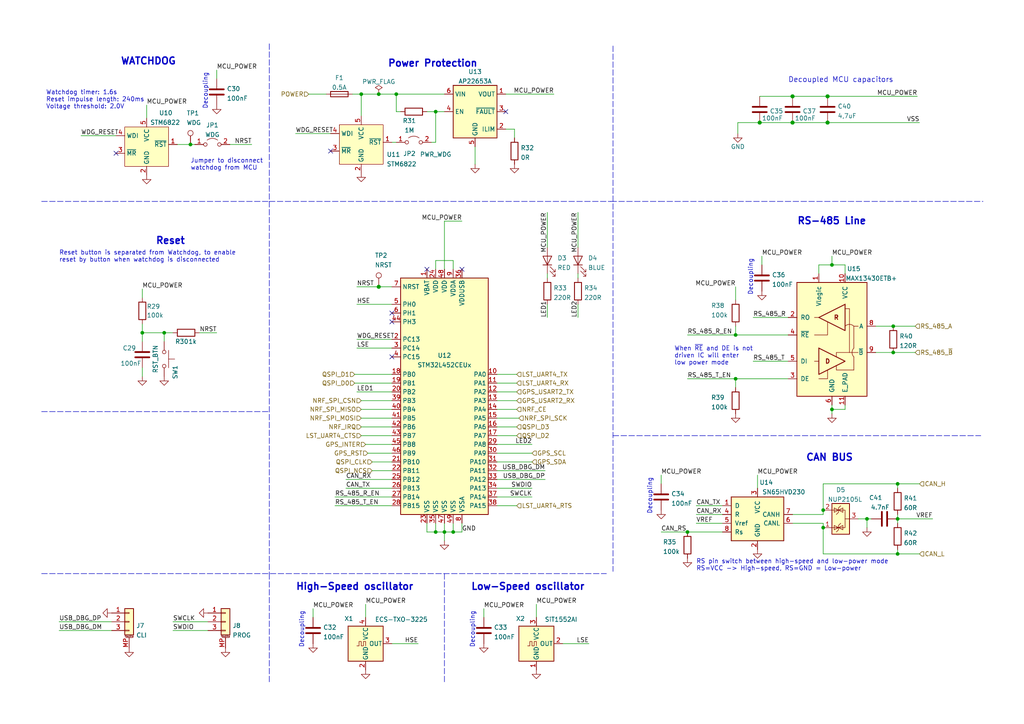
<source format=kicad_sch>
(kicad_sch (version 20210621) (generator eeschema)
  (paper "A4")
  (lib_symbols
    (symbol "Connector:TestPoint" (pin_numbers hide) (pin_names (offset 0.762) hide)
      (property "Reference" "TP" (at 0 6.858 0))
      (property "Value" "TestPoint" (at 0 5.08 0))
      (symbol "TestPoint_0_1"
        (circle (center 0 3.302) (radius 0.762))
      )
      (symbol "TestPoint_1_1"
        (pin passive line (at 0 0 90) (length 2.54) (name "1") (number "1"))
      )
    )
    (symbol "Connector_Generic_MountingPin:Conn_01x03_MountingPin" (pin_names (offset 1.016) hide)
      (property "Reference" "J" (at 0 5.08 0))
      (property "Value" "Conn_01x03_MountingPin" (at 1.27 -5.08 0))
      (symbol "Conn_01x03_MountingPin_1_1"
        (text "Mounting" (at 0 -4.191 0) (effects (font (size 0.381 0.381))))
        (rectangle (start -1.27 -2.413) (end 0 -2.667) (stroke (width 0.1524)))
        (rectangle (start -1.27 0.127) (end 0 -0.127) (stroke (width 0.1524)))
        (rectangle (start -1.27 2.667) (end 0 2.413) (stroke (width 0.1524)))
        (rectangle (start -1.27 3.81) (end 1.27 -3.81) (stroke (width 0.254)) (fill (type background)))
        (polyline (pts (xy -1.016 -4.572) (xy 1.016 -4.572)) (stroke (width 0.1524)))
        (pin passive line (at -5.08 2.54 0) (length 3.81) (name "Pin_1") (number "1"))
        (pin passive line (at -5.08 0 0) (length 3.81) (name "Pin_2") (number "2"))
        (pin passive line (at -5.08 -2.54 0) (length 3.81) (name "Pin_3") (number "3"))
        (pin passive line (at 0 -7.62 90) (length 3.048) (name "MountPin") (number "MP"))
      )
    )
    (symbol "Device:C" (pin_numbers hide) (pin_names (offset 0.254))
      (property "Reference" "C" (at 0.635 2.54 0))
      (property "Value" "C" (at 0.635 -2.54 0))
      (symbol "C_0_1"
        (polyline (pts (xy -2.032 -0.762) (xy 2.032 -0.762)) (stroke (width 0.508)))
        (polyline (pts (xy -2.032 0.762) (xy 2.032 0.762)) (stroke (width 0.508)))
      )
      (symbol "C_1_1"
        (pin passive line (at 0 3.81 270) (length 2.794) (name "~") (number "1"))
        (pin passive line (at 0 -3.81 90) (length 2.794) (name "~") (number "2"))
      )
    )
    (symbol "Device:Fuse" (pin_numbers hide) (pin_names (offset 0))
      (property "Reference" "F" (at 2.032 0 90))
      (property "Value" "Fuse" (at -1.905 0 90))
      (symbol "Fuse_0_1"
        (rectangle (start -0.762 -2.54) (end 0.762 2.54) (stroke (width 0.254)))
        (polyline (pts (xy 0 2.54) (xy 0 -2.54)))
      )
      (symbol "Fuse_1_1"
        (pin passive line (at 0 3.81 270) (length 1.27) (name "~") (number "1"))
        (pin passive line (at 0 -3.81 90) (length 1.27) (name "~") (number "2"))
      )
    )
    (symbol "Device:LED" (pin_numbers hide) (pin_names (offset 1.016) hide)
      (property "Reference" "D" (at 0 2.54 0))
      (property "Value" "LED" (at 0 -2.54 0))
      (symbol "LED_0_1"
        (polyline (pts (xy -1.27 -1.27) (xy -1.27 1.27)) (stroke (width 0.2032)))
        (polyline (pts (xy -1.27 0) (xy 1.27 0)))
        (polyline (pts (xy 1.27 -1.27) (xy 1.27 1.27) (xy -1.27 0) (xy 1.27 -1.27)) (stroke (width 0.2032)))
        (polyline (pts (xy -3.048 -0.762) (xy -4.572 -2.286) (xy -3.81 -2.286) (xy -4.572 -2.286) (xy -4.572 -1.524)))
        (polyline (pts (xy -1.778 -0.762) (xy -3.302 -2.286) (xy -2.54 -2.286) (xy -3.302 -2.286) (xy -3.302 -1.524)))
      )
      (symbol "LED_1_1"
        (pin passive line (at -3.81 0 0) (length 2.54) (name "K") (number "1"))
        (pin passive line (at 3.81 0 180) (length 2.54) (name "A") (number "2"))
      )
    )
    (symbol "Device:R" (pin_numbers hide) (pin_names (offset 0))
      (property "Reference" "R" (at 2.032 0 90))
      (property "Value" "R" (at 0 0 90))
      (symbol "R_0_1"
        (rectangle (start -1.016 -2.54) (end 1.016 2.54) (stroke (width 0.254)))
      )
      (symbol "R_1_1"
        (pin passive line (at 0 3.81 270) (length 1.27) (name "~") (number "1"))
        (pin passive line (at 0 -3.81 90) (length 1.27) (name "~") (number "2"))
      )
    )
    (symbol "Interface_CAN_LIN:SN65HVD230" (pin_names (offset 1.016))
      (property "Reference" "U" (at -2.54 10.16 0))
      (property "Value" "SN65HVD230" (at -2.54 7.62 0))
      (symbol "SN65HVD230_0_1"
        (rectangle (start -7.62 5.08) (end 7.62 -7.62) (stroke (width 0.254)) (fill (type background)))
      )
      (symbol "SN65HVD230_1_1"
        (pin input line (at -10.16 2.54 0) (length 2.54) (name "D") (number "1"))
        (pin power_in line (at 0 -10.16 90) (length 2.54) (name "GND") (number "2"))
        (pin power_in line (at 0 7.62 270) (length 2.54) (name "VCC") (number "3"))
        (pin output line (at -10.16 0 0) (length 2.54) (name "R") (number "4"))
        (pin output line (at -10.16 -2.54 0) (length 2.54) (name "Vref") (number "5"))
        (pin bidirectional line (at 10.16 -2.54 180) (length 2.54) (name "CANL") (number "6"))
        (pin bidirectional line (at 10.16 0 180) (length 2.54) (name "CANH") (number "7"))
        (pin input line (at -10.16 -5.08 0) (length 2.54) (name "Rs") (number "8"))
      )
    )
    (symbol "Jumper:Jumper_2_Open" (pin_names (offset 0) hide)
      (property "Reference" "JP" (at 0 2.794 0))
      (property "Value" "Jumper_2_Open" (at 0 -2.286 0))
      (symbol "Jumper_2_Open_0_0"
        (circle (center -2.032 0) (radius 0.508))
        (circle (center 2.032 0) (radius 0.508))
      )
      (symbol "Jumper_2_Open_0_1"
        (arc (start -1.524 1.27) (end 1.524 1.27) (radius (at 0 -0.762) (length 2.54) (angles 126.9 53.1)))
      )
      (symbol "Jumper_2_Open_1_1"
        (pin passive line (at -5.08 0 0) (length 2.54) (name "A") (number "1"))
        (pin passive line (at 5.08 0 180) (length 2.54) (name "B") (number "2"))
      )
    )
    (symbol "MCU_ST_STM32L4:STM32L452CEUx"
      (property "Reference" "U" (at -12.7 34.29 0))
      (property "Value" "STM32L452CEUx" (at 7.62 34.29 0))
      (symbol "STM32L452CEUx_0_1"
        (rectangle (start -12.7 -35.56) (end 12.7 33.02) (stroke (width 0.254)) (fill (type background)))
      )
      (symbol "STM32L452CEUx_1_1"
        (pin power_in line (at -5.08 35.56 270) (length 2.54) (name "VBAT") (number "1"))
        (pin bidirectional line (at 15.24 5.08 180) (length 2.54) (name "PA0") (number "10"))
        (pin bidirectional line (at 15.24 2.54 180) (length 2.54) (name "PA1") (number "11"))
        (pin bidirectional line (at 15.24 0 180) (length 2.54) (name "PA2") (number "12"))
        (pin bidirectional line (at 15.24 -2.54 180) (length 2.54) (name "PA3") (number "13"))
        (pin bidirectional line (at 15.24 -5.08 180) (length 2.54) (name "PA4") (number "14"))
        (pin bidirectional line (at 15.24 -7.62 180) (length 2.54) (name "PA5") (number "15"))
        (pin bidirectional line (at 15.24 -10.16 180) (length 2.54) (name "PA6") (number "16"))
        (pin bidirectional line (at 15.24 -12.7 180) (length 2.54) (name "PA7") (number "17"))
        (pin bidirectional line (at -15.24 5.08 0) (length 2.54) (name "PB0") (number "18"))
        (pin bidirectional line (at -15.24 2.54 0) (length 2.54) (name "PB1") (number "19"))
        (pin bidirectional line (at -15.24 15.24 0) (length 2.54) (name "PC13") (number "2"))
        (pin bidirectional line (at -15.24 0 0) (length 2.54) (name "PB2") (number "20"))
        (pin bidirectional line (at -15.24 -20.32 0) (length 2.54) (name "PB10") (number "21"))
        (pin bidirectional line (at -15.24 -22.86 0) (length 2.54) (name "PB11") (number "22"))
        (pin power_in line (at -5.08 -38.1 90) (length 2.54) (name "VSS") (number "23"))
        (pin power_in line (at -2.54 35.56 270) (length 2.54) (name "VDD") (number "24"))
        (pin bidirectional line (at -15.24 -25.4 0) (length 2.54) (name "PB12") (number "25"))
        (pin bidirectional line (at -15.24 -27.94 0) (length 2.54) (name "PB13") (number "26"))
        (pin bidirectional line (at -15.24 -30.48 0) (length 2.54) (name "PB14") (number "27"))
        (pin bidirectional line (at -15.24 -33.02 0) (length 2.54) (name "PB15") (number "28"))
        (pin bidirectional line (at 15.24 -15.24 180) (length 2.54) (name "PA8") (number "29"))
        (pin bidirectional line (at -15.24 12.7 0) (length 2.54) (name "PC14") (number "3"))
        (pin bidirectional line (at 15.24 -17.78 180) (length 2.54) (name "PA9") (number "30"))
        (pin bidirectional line (at 15.24 -20.32 180) (length 2.54) (name "PA10") (number "31"))
        (pin bidirectional line (at 15.24 -22.86 180) (length 2.54) (name "PA11") (number "32"))
        (pin bidirectional line (at 15.24 -25.4 180) (length 2.54) (name "PA12") (number "33"))
        (pin bidirectional line (at 15.24 -27.94 180) (length 2.54) (name "PA13") (number "34"))
        (pin power_in line (at -2.54 -38.1 90) (length 2.54) (name "VSS") (number "35"))
        (pin power_in line (at 5.08 35.56 270) (length 2.54) (name "VDDUSB") (number "36"))
        (pin bidirectional line (at 15.24 -30.48 180) (length 2.54) (name "PA14") (number "37"))
        (pin bidirectional line (at 15.24 -33.02 180) (length 2.54) (name "PA15") (number "38"))
        (pin bidirectional line (at -15.24 -2.54 0) (length 2.54) (name "PB3") (number "39"))
        (pin bidirectional line (at -15.24 10.16 0) (length 2.54) (name "PC15") (number "4"))
        (pin bidirectional line (at -15.24 -5.08 0) (length 2.54) (name "PB4") (number "40"))
        (pin bidirectional line (at -15.24 -7.62 0) (length 2.54) (name "PB5") (number "41"))
        (pin bidirectional line (at -15.24 -10.16 0) (length 2.54) (name "PB6") (number "42"))
        (pin bidirectional line (at -15.24 -12.7 0) (length 2.54) (name "PB7") (number "43"))
        (pin bidirectional line (at -15.24 20.32 0) (length 2.54) (name "PH3") (number "44"))
        (pin bidirectional line (at -15.24 -15.24 0) (length 2.54) (name "PB8") (number "45"))
        (pin bidirectional line (at -15.24 -17.78 0) (length 2.54) (name "PB9") (number "46"))
        (pin power_in line (at 0 -38.1 90) (length 2.54) (name "VSS") (number "47"))
        (pin power_in line (at 0 35.56 270) (length 2.54) (name "VDD") (number "48"))
        (pin power_in line (at 2.54 -38.1 90) (length 2.54) (name "VSS") (number "49"))
        (pin input line (at -15.24 25.4 0) (length 2.54) (name "PH0") (number "5"))
        (pin input line (at -15.24 22.86 0) (length 2.54) (name "PH1") (number "6"))
        (pin input line (at -15.24 30.48 0) (length 2.54) (name "NRST") (number "7"))
        (pin power_in line (at 5.08 -38.1 90) (length 2.54) (name "VSSA") (number "8"))
        (pin power_in line (at 2.54 35.56 270) (length 2.54) (name "VDDA") (number "9"))
      )
    )
    (symbol "Power_Protection:NUP2105L" (pin_names hide)
      (property "Reference" "D" (at 5.715 2.54 0))
      (property "Value" "NUP2105L" (at 5.715 0.635 0))
      (symbol "NUP2105L_0_0"
        (pin passive line (at 0 -5.08 90) (length 2.54) (name "A") (number "3"))
      )
      (symbol "NUP2105L_0_1"
        (rectangle (start -4.445 2.54) (end 4.445 -2.54) (stroke (width 0.254)) (fill (type background)))
        (polyline (pts (xy -2.54 2.54) (xy -2.54 0.635)))
        (polyline (pts (xy 0 -1.27) (xy 0 -2.54)))
        (polyline (pts (xy 2.54 2.54) (xy 2.54 0.635)))
        (polyline (pts (xy -3.81 1.27) (xy -3.175 0.635) (xy -1.905 0.635) (xy -1.27 0)))
        (polyline (pts (xy -2.54 0.635) (xy -2.54 -1.27) (xy 2.54 -1.27) (xy 2.54 0.635)))
        (polyline (pts (xy -2.54 0.635) (xy -1.905 -0.635) (xy -3.175 -0.635) (xy -2.54 0.635)))
        (polyline (pts (xy 2.54 0.635) (xy 1.905 -0.635) (xy 3.175 -0.635) (xy 2.54 0.635)))
        (polyline (pts (xy 2.54 0.635) (xy 3.175 1.905) (xy 1.905 1.905) (xy 2.54 0.635)))
        (polyline (pts (xy -2.54 0.635) (xy -3.175 1.905) (xy -1.905 1.905) (xy -2.54 0.635) (xy -2.54 1.27)))
        (polyline (pts (xy 1.27 1.27) (xy 1.905 0.635) (xy 2.54 0.635) (xy 3.175 0.635) (xy 3.81 0)))
      )
      (symbol "NUP2105L_1_1"
        (pin passive line (at -2.54 5.08 270) (length 2.54) (name "K") (number "1"))
        (pin passive line (at 2.54 5.08 270) (length 2.54) (name "K") (number "2"))
      )
    )
    (symbol "Switch:SW_Push" (pin_numbers hide) (pin_names (offset 1.016) hide)
      (property "Reference" "SW" (at 1.27 2.54 0))
      (property "Value" "SW_Push" (at 0 -1.524 0))
      (symbol "SW_Push_0_1"
        (circle (center -2.032 0) (radius 0.508))
        (circle (center 2.032 0) (radius 0.508))
        (polyline (pts (xy 0 1.27) (xy 0 3.048)))
        (polyline (pts (xy 2.54 1.27) (xy -2.54 1.27)))
        (pin passive line (at -5.08 0 0) (length 2.54) (name "1") (number "1"))
        (pin passive line (at 5.08 0 180) (length 2.54) (name "2") (number "2"))
      )
    )
    (symbol "TCY_IC:MAX13430ETB+" (pin_names (offset 1.016))
      (property "Reference" "U" (at -10.16 19.05 0))
      (property "Value" "MAX13430ETB+" (at 5.08 19.05 0))
      (symbol "MAX13430ETB+_0_0"
        (text "D" (at -1.27 -5.08 0) (effects (font (size 1.27 1.27) bold)))
        (text "R" (at 1.27 7.62 0) (effects (font (size 1.27 1.27) bold)))
      )
      (symbol "MAX13430ETB+_0_1"
        (arc (start 3.81 5.08) (end 6.35 5.08) (radius (at 5.08 3.8099) (length 1.7961) (angles 135 45)) (stroke (width 0.1524)))
        (arc (start 6.35 -3.81) (end 6.35 -1.27) (radius (at 7.6201 -2.54) (length 1.7961) (angles -135 135)) (stroke (width 0.1524)))
        (rectangle (start -10.16 -15.24) (end 10.16 17.78) (stroke (width 0.254)) (fill (type background)))
        (polyline (pts (xy -5.08 -5.08) (xy -3.81 -5.08)))
        (polyline (pts (xy -3.81 7.62) (xy -5.08 7.62)))
        (polyline (pts (xy 5.08 10.16) (xy 5.08 -2.54)) (stroke (width 0.1524)))
        (polyline (pts (xy 6.35 -7.62) (xy 6.35 -3.81)) (stroke (width 0.1524)))
        (polyline (pts (xy 6.35 -1.27) (xy 6.35 5.08)) (stroke (width 0.1524)))
        (polyline (pts (xy 6.35 5.08) (xy 7.62 5.08)) (stroke (width 0.1524)))
        (polyline (pts (xy 5.08 10.16) (xy 3.81 10.16) (xy 3.81 10.16)))
        (polyline (pts (xy -3.81 -10.16) (xy -1.27 -10.16) (xy -1.27 -7.62) (xy -1.27 -7.62)))
        (polyline (pts (xy -1.27 6.35) (xy -1.27 2.54) (xy -2.54 2.54) (xy -5.08 2.54)))
        (polyline (pts (xy 6.35 -7.62) (xy 1.27 -7.62) (xy 1.27 -6.35) (xy 1.27 -6.35)))
        (polyline (pts (xy 7.62 -2.54) (xy 1.27 -2.54) (xy 1.27 -3.81) (xy 1.27 -3.81)))
        (polyline (pts (xy -3.81 -1.27) (xy -3.81 -8.89) (xy 3.81 -5.08) (xy -3.81 -1.27) (xy -3.81 -1.27)) (stroke (width 0.254)))
        (polyline (pts (xy 3.81 11.43) (xy 3.81 3.81) (xy -3.81 7.62) (xy 3.81 11.43) (xy 3.81 11.43)) (stroke (width 0.254)))
      )
      (symbol "MAX13430ETB+_1_1"
        (pin power_in line (at -3.81 20.32 270) (length 2.54) (name "Vlogic") (number "1"))
        (pin power_in line (at 3.81 20.32 270) (length 2.54) (name "VCC") (number "10"))
        (pin power_in line (at 3.81 -17.78 90) (length 2.54) (name "E_PAD") (number "11"))
        (pin output line (at -12.7 7.62 0) (length 2.54) (name "RO") (number "2"))
        (pin input line (at -12.7 -10.16 0) (length 2.54) (name "DE") (number "3"))
        (pin input line (at -12.7 2.54 0) (length 2.54) (name "~{RE}") (number "4"))
        (pin input line (at -12.7 -5.08 0) (length 2.54) (name "DI") (number "5"))
        (pin power_in line (at 0 -17.78 90) (length 2.54) (name "GND") (number "6"))
        (pin no_connect line (at 10.16 1.27 180) (length 2.54) hide (name "NC") (number "7"))
        (pin input line (at 12.7 5.08 180) (length 2.54) (name "A") (number "8"))
        (pin input line (at 12.7 -2.54 180) (length 2.54) (name "~{B}") (number "9"))
      )
    )
    (symbol "TCY_IC:STM6822"
      (property "Reference" "U" (at 6.35 13.97 0))
      (property "Value" "STM6822" (at 6.35 16.51 0))
      (symbol "STM6822_0_1"
        (rectangle (start -6.35 11.43) (end 6.35 0) (stroke (width 0.1524)) (fill (type background)))
      )
      (symbol "STM6822_1_1"
        (pin open_collector line (at 8.89 6.35 180) (length 2.54) (name "~{RST}") (number "1"))
        (pin passive line (at 0 -2.54 90) (length 2.54) (name "GND") (number "2"))
        (pin input line (at -8.89 3.81 0) (length 2.54) (name "~{MR}") (number "3"))
        (pin input line (at -8.89 8.89 0) (length 2.54) (name "WDI") (number "4"))
        (pin power_in line (at 0 13.97 270) (length 2.54) (name "VCC") (number "5"))
      )
    )
    (symbol "TCY_ocillators:ECS-TXO-3225" (pin_names (offset 0.254))
      (property "Reference" "X" (at -6.35 6.35 0))
      (property "Value" "ECS-TXO-3225" (at 1.27 6.35 0))
      (symbol "ECS-TXO-3225_0_1"
        (rectangle (start -5.08 5.08) (end 5.08 -5.08) (stroke (width 0.254)) (fill (type background)))
        (polyline (pts (xy -2.54 -0.635) (xy -1.905 -0.635) (xy -1.905 0.635) (xy -1.27 0.635) (xy -1.27 -0.635) (xy -0.635 -0.635) (xy -0.635 0.635) (xy 0 0.635) (xy 0 -0.635)))
      )
      (symbol "ECS-TXO-3225_1_1"
        (pin no_connect line (at -7.62 0 0) (length 2.54) hide (name "NC") (number "1"))
        (pin power_in line (at 0 -7.62 90) (length 2.54) (name "GND") (number "2"))
        (pin output line (at 7.62 0 180) (length 2.54) (name "OUT") (number "3"))
        (pin power_in line (at 0 7.62 270) (length 2.54) (name "VCC") (number "4"))
      )
    )
    (symbol "TCY_ocillators:SiT1552AI" (pin_names (offset 0.254))
      (property "Reference" "X" (at -6.35 6.35 0))
      (property "Value" "SiT1552AI" (at 1.27 6.35 0))
      (symbol "SiT1552AI_0_1"
        (rectangle (start -5.08 5.08) (end 5.08 -5.08) (stroke (width 0.254)) (fill (type background)))
        (polyline (pts (xy -2.54 -0.635) (xy -1.905 -0.635) (xy -1.905 0.635) (xy -1.27 0.635) (xy -1.27 -0.635) (xy -0.635 -0.635) (xy -0.635 0.635) (xy 0 0.635) (xy 0 -0.635)))
      )
      (symbol "SiT1552AI_1_1"
        (pin power_in line (at 0 -7.62 90) (length 2.54) (name "GND") (number "1"))
        (pin output line (at 7.62 0 180) (length 2.54) (name "OUT") (number "2"))
        (pin power_in line (at 0 7.62 270) (length 2.54) (name "VCC") (number "3"))
        (pin power_in line (at 0 -7.62 90) (length 2.54) hide (name "GND") (number "4"))
      )
    )
    (symbol "TCY_power_management:AP22653"
      (property "Reference" "U" (at 8.89 7.62 0))
      (property "Value" "AP22653" (at 0 7.62 0))
      (symbol "AP22653_0_1"
        (rectangle (start -6.35 5.08) (end 6.35 -10.16) (stroke (width 0.254)) (fill (type background)))
      )
      (symbol "AP22653_1_1"
        (pin power_out line (at 8.89 2.54 180) (length 2.54) (name "VOUT") (number "1"))
        (pin passive line (at 8.89 -7.62 180) (length 2.54) (name "ILIM") (number "2"))
        (pin output line (at 8.89 -2.54 180) (length 2.54) (name "~{FAULT}") (number "3"))
        (pin input line (at -8.89 -2.54 0) (length 2.54) (name "EN") (number "4"))
        (pin passive line (at 0 -12.7 90) (length 2.54) (name "GND") (number "5"))
        (pin power_in line (at -8.89 2.54 0) (length 2.54) (name "VIN") (number "6"))
        (pin passive line (at 0 -12.7 90) (length 2.54) hide (name "E_PAD") (number "7"))
      )
    )
    (symbol "power:GND" (power) (pin_names (offset 0))
      (property "Value" "GND" (at 0 -3.81 0))
      (symbol "GND_0_1"
        (polyline (pts (xy 0 0) (xy 0 -1.27) (xy 1.27 -1.27) (xy 0 -2.54) (xy -1.27 -1.27) (xy 0 -1.27)))
      )
      (symbol "GND_1_1"
        (pin power_in line (at 0 0 270) (length 0) hide (name "GND") (number "1"))
      )
    )
    (symbol "power:PWR_FLAG" (power) (pin_numbers hide) (pin_names (offset 0) hide)
      (property "Value" "PWR_FLAG" (at 0 3.81 0))
      (symbol "PWR_FLAG_0_0"
        (pin power_out line (at 0 0 90) (length 0) (name "pwr") (number "1"))
      )
      (symbol "PWR_FLAG_0_1"
        (polyline (pts (xy 0 0) (xy 0 1.27) (xy -1.016 1.905) (xy 0 2.54) (xy 1.016 1.905) (xy 0 1.27)))
      )
    )
  )
  (junction (at 41.275 96.52) (diameter 0.9144))
  (junction (at 47.625 96.52) (diameter 0.9144))
  (junction (at 55.245 41.91) (diameter 0.9144))
  (junction (at 104.775 27.305) (diameter 0.9144))
  (junction (at 109.855 27.305) (diameter 0.9144))
  (junction (at 109.855 83.185) (diameter 1.016))
  (junction (at 114.935 27.305) (diameter 0.9144))
  (junction (at 126.365 32.385) (diameter 0.9144))
  (junction (at 126.365 154.305) (diameter 0.9144))
  (junction (at 128.905 154.305) (diameter 0.9144))
  (junction (at 131.445 154.305) (diameter 0.9144))
  (junction (at 199.39 154.305) (diameter 0.9144))
  (junction (at 213.36 97.155) (diameter 0.9144))
  (junction (at 213.36 109.855) (diameter 0.9144))
  (junction (at 220.345 35.56) (diameter 1.016))
  (junction (at 229.87 27.94) (diameter 1.016))
  (junction (at 229.87 35.56) (diameter 1.016))
  (junction (at 238.76 147.955) (diameter 0.9144))
  (junction (at 238.76 153.035) (diameter 0.9144))
  (junction (at 240.03 27.94) (diameter 1.016))
  (junction (at 240.03 35.56) (diameter 1.016))
  (junction (at 241.3 76.835) (diameter 0.9144))
  (junction (at 241.3 118.745) (diameter 0.9144))
  (junction (at 251.46 150.495) (diameter 0.9144))
  (junction (at 259.08 94.615) (diameter 0.9144))
  (junction (at 259.08 102.235) (diameter 0.9144))
  (junction (at 260.35 140.335) (diameter 0.9144))
  (junction (at 260.35 150.495) (diameter 0.9144))
  (junction (at 260.35 160.655) (diameter 0.9144))
  (no_connect (at 33.655 44.45))
  (no_connect (at 95.885 43.815))
  (no_connect (at 113.665 90.805))
  (no_connect (at 113.665 93.345))
  (no_connect (at 113.665 103.505))
  (no_connect (at 123.825 78.105))
  (no_connect (at 133.985 78.105))
  (no_connect (at 146.685 32.385))
  (wire (pts (xy 17.145 180.34) (xy 32.385 180.34)))
  (wire (pts (xy 17.145 182.88) (xy 32.385 182.88)))
  (wire (pts (xy 23.495 39.37) (xy 33.655 39.37)))
  (wire (pts (xy 41.275 83.82) (xy 41.275 86.36)))
  (wire (pts (xy 41.275 93.98) (xy 41.275 96.52)))
  (wire (pts (xy 41.275 96.52) (xy 41.275 99.06)))
  (wire (pts (xy 41.275 96.52) (xy 47.625 96.52)))
  (wire (pts (xy 41.275 106.68) (xy 41.275 109.22)))
  (wire (pts (xy 42.545 30.48) (xy 42.545 34.29)))
  (wire (pts (xy 47.625 96.52) (xy 47.625 99.06)))
  (wire (pts (xy 47.625 96.52) (xy 50.165 96.52)))
  (wire (pts (xy 51.435 41.91) (xy 55.245 41.91)))
  (wire (pts (xy 55.245 41.91) (xy 56.515 41.91)))
  (wire (pts (xy 57.785 96.52) (xy 62.865 96.52)))
  (wire (pts (xy 60.325 180.34) (xy 50.165 180.34)))
  (wire (pts (xy 60.325 182.88) (xy 50.165 182.88)))
  (wire (pts (xy 62.865 20.32) (xy 62.865 22.86)))
  (wire (pts (xy 66.675 41.91) (xy 73.025 41.91)))
  (wire (pts (xy 85.725 38.735) (xy 95.885 38.735)))
  (wire (pts (xy 89.535 27.305) (xy 94.615 27.305)))
  (wire (pts (xy 90.805 176.53) (xy 90.805 179.07)))
  (wire (pts (xy 97.155 144.145) (xy 113.665 144.145)))
  (wire (pts (xy 97.155 146.685) (xy 113.665 146.685)))
  (wire (pts (xy 100.33 139.065) (xy 113.665 139.065)))
  (wire (pts (xy 100.33 141.605) (xy 113.665 141.605)))
  (wire (pts (xy 102.235 27.305) (xy 104.775 27.305)))
  (wire (pts (xy 102.87 108.585) (xy 113.665 108.585)))
  (wire (pts (xy 102.87 111.125) (xy 113.665 111.125)))
  (wire (pts (xy 103.505 83.185) (xy 109.855 83.185)))
  (wire (pts (xy 103.505 88.265) (xy 113.665 88.265)))
  (wire (pts (xy 103.505 98.425) (xy 113.665 98.425)))
  (wire (pts (xy 103.505 100.965) (xy 113.665 100.965)))
  (wire (pts (xy 104.775 27.305) (xy 109.855 27.305)))
  (wire (pts (xy 104.775 33.655) (xy 104.775 27.305)))
  (wire (pts (xy 104.775 116.205) (xy 113.665 116.205)))
  (wire (pts (xy 104.775 118.745) (xy 113.665 118.745)))
  (wire (pts (xy 104.775 121.285) (xy 113.665 121.285)))
  (wire (pts (xy 104.775 123.825) (xy 113.665 123.825)))
  (wire (pts (xy 104.775 126.365) (xy 113.665 126.365)))
  (wire (pts (xy 106.045 128.905) (xy 113.665 128.905)))
  (wire (pts (xy 106.045 175.26) (xy 106.045 179.07)))
  (wire (pts (xy 106.68 131.445) (xy 113.665 131.445)))
  (wire (pts (xy 109.855 27.305) (xy 114.935 27.305)))
  (wire (pts (xy 109.855 83.185) (xy 113.665 83.185)))
  (wire (pts (xy 113.665 41.275) (xy 114.935 41.275)))
  (wire (pts (xy 113.665 113.665) (xy 103.505 113.665)))
  (wire (pts (xy 113.665 133.985) (xy 107.95 133.985)))
  (wire (pts (xy 113.665 136.525) (xy 107.95 136.525)))
  (wire (pts (xy 113.665 186.69) (xy 121.285 186.69)))
  (wire (pts (xy 114.935 27.305) (xy 114.935 32.385)))
  (wire (pts (xy 114.935 27.305) (xy 128.905 27.305)))
  (wire (pts (xy 116.205 32.385) (xy 114.935 32.385)))
  (wire (pts (xy 123.825 32.385) (xy 126.365 32.385)))
  (wire (pts (xy 123.825 154.305) (xy 123.825 151.765)))
  (wire (pts (xy 125.095 41.275) (xy 126.365 41.275)))
  (wire (pts (xy 126.365 32.385) (xy 126.365 41.275)))
  (wire (pts (xy 126.365 32.385) (xy 128.905 32.385)))
  (wire (pts (xy 126.365 75.565) (xy 131.445 75.565)))
  (wire (pts (xy 126.365 78.105) (xy 126.365 75.565)))
  (wire (pts (xy 126.365 151.765) (xy 126.365 154.305)))
  (wire (pts (xy 126.365 154.305) (xy 123.825 154.305)))
  (wire (pts (xy 128.905 64.135) (xy 128.905 78.105)))
  (wire (pts (xy 128.905 64.135) (xy 133.985 64.135)))
  (wire (pts (xy 128.905 151.765) (xy 128.905 154.305)))
  (wire (pts (xy 128.905 154.305) (xy 126.365 154.305)))
  (wire (pts (xy 128.905 154.305) (xy 131.445 154.305)))
  (wire (pts (xy 128.905 156.845) (xy 128.905 154.305)))
  (wire (pts (xy 131.445 78.105) (xy 131.445 75.565)))
  (wire (pts (xy 131.445 151.765) (xy 131.445 154.305)))
  (wire (pts (xy 131.445 154.305) (xy 133.985 154.305)))
  (wire (pts (xy 133.985 154.305) (xy 133.985 151.765)))
  (wire (pts (xy 137.795 42.545) (xy 137.795 47.625)))
  (wire (pts (xy 140.335 176.53) (xy 140.335 179.07)))
  (wire (pts (xy 144.145 108.585) (xy 149.86 108.585)))
  (wire (pts (xy 144.145 111.125) (xy 149.86 111.125)))
  (wire (pts (xy 144.145 113.665) (xy 149.86 113.665)))
  (wire (pts (xy 144.145 116.205) (xy 149.86 116.205)))
  (wire (pts (xy 144.145 118.745) (xy 149.86 118.745)))
  (wire (pts (xy 144.145 121.285) (xy 150.495 121.285)))
  (wire (pts (xy 144.145 123.825) (xy 149.86 123.825)))
  (wire (pts (xy 144.145 126.365) (xy 149.86 126.365)))
  (wire (pts (xy 144.145 128.905) (xy 154.305 128.905)))
  (wire (pts (xy 144.145 131.445) (xy 154.305 131.445)))
  (wire (pts (xy 144.145 133.985) (xy 154.305 133.985)))
  (wire (pts (xy 144.145 136.525) (xy 158.115 136.525)))
  (wire (pts (xy 144.145 139.065) (xy 158.115 139.065)))
  (wire (pts (xy 144.145 141.605) (xy 154.305 141.605)))
  (wire (pts (xy 144.145 144.145) (xy 154.305 144.145)))
  (wire (pts (xy 144.145 146.685) (xy 149.86 146.685)))
  (wire (pts (xy 146.685 27.305) (xy 160.655 27.305)))
  (wire (pts (xy 146.685 37.465) (xy 149.225 37.465)))
  (wire (pts (xy 149.225 37.465) (xy 149.225 40.005)))
  (wire (pts (xy 155.575 175.26) (xy 155.575 179.07)))
  (wire (pts (xy 158.75 61.595) (xy 158.75 71.755)))
  (wire (pts (xy 158.75 79.375) (xy 158.75 80.645)))
  (wire (pts (xy 158.75 88.265) (xy 158.75 92.075)))
  (wire (pts (xy 163.195 186.69) (xy 170.815 186.69)))
  (wire (pts (xy 167.64 61.595) (xy 167.64 71.755)))
  (wire (pts (xy 167.64 79.375) (xy 167.64 80.645)))
  (wire (pts (xy 167.64 88.265) (xy 167.64 92.075)))
  (wire (pts (xy 191.77 137.795) (xy 191.77 140.335)))
  (wire (pts (xy 191.77 154.305) (xy 199.39 154.305)))
  (wire (pts (xy 199.39 97.155) (xy 213.36 97.155)))
  (wire (pts (xy 199.39 109.855) (xy 213.36 109.855)))
  (wire (pts (xy 199.39 154.305) (xy 209.55 154.305)))
  (wire (pts (xy 201.93 146.685) (xy 209.55 146.685)))
  (wire (pts (xy 201.93 149.225) (xy 209.55 149.225)))
  (wire (pts (xy 201.93 151.765) (xy 209.55 151.765)))
  (wire (pts (xy 213.36 83.185) (xy 213.36 86.995)))
  (wire (pts (xy 213.36 94.615) (xy 213.36 97.155)))
  (wire (pts (xy 213.36 97.155) (xy 228.6 97.155)))
  (wire (pts (xy 213.36 109.855) (xy 213.36 112.395)))
  (wire (pts (xy 213.36 109.855) (xy 228.6 109.855)))
  (wire (pts (xy 213.995 35.56) (xy 220.345 35.56)))
  (wire (pts (xy 213.995 38.735) (xy 213.995 35.56)))
  (wire (pts (xy 218.44 92.075) (xy 228.6 92.075)))
  (wire (pts (xy 218.44 104.775) (xy 228.6 104.775)))
  (wire (pts (xy 219.71 137.795) (xy 219.71 141.605)))
  (wire (pts (xy 220.345 27.94) (xy 229.87 27.94)))
  (wire (pts (xy 220.345 35.56) (xy 229.87 35.56)))
  (wire (pts (xy 220.98 74.295) (xy 220.98 76.835)))
  (wire (pts (xy 229.87 27.94) (xy 240.03 27.94)))
  (wire (pts (xy 229.87 35.56) (xy 240.03 35.56)))
  (wire (pts (xy 229.87 149.225) (xy 238.76 149.225)))
  (wire (pts (xy 229.87 151.765) (xy 238.76 151.765)))
  (wire (pts (xy 237.49 76.835) (xy 241.3 76.835)))
  (wire (pts (xy 237.49 79.375) (xy 237.49 76.835)))
  (wire (pts (xy 238.76 140.335) (xy 238.76 147.955)))
  (wire (pts (xy 238.76 149.225) (xy 238.76 147.955)))
  (wire (pts (xy 238.76 151.765) (xy 238.76 153.035)))
  (wire (pts (xy 238.76 153.035) (xy 238.76 160.655)))
  (wire (pts (xy 240.03 27.94) (xy 266.065 27.94)))
  (wire (pts (xy 240.03 35.56) (xy 266.7 35.56)))
  (wire (pts (xy 241.3 76.835) (xy 241.3 74.295)))
  (wire (pts (xy 241.3 117.475) (xy 241.3 118.745)))
  (wire (pts (xy 241.3 118.745) (xy 241.3 120.015)))
  (wire (pts (xy 245.11 76.835) (xy 241.3 76.835)))
  (wire (pts (xy 245.11 79.375) (xy 245.11 76.835)))
  (wire (pts (xy 245.11 117.475) (xy 245.11 118.745)))
  (wire (pts (xy 245.11 118.745) (xy 241.3 118.745)))
  (wire (pts (xy 248.92 150.495) (xy 251.46 150.495)))
  (wire (pts (xy 251.46 150.495) (xy 251.46 153.035)))
  (wire (pts (xy 251.46 150.495) (xy 252.73 150.495)))
  (wire (pts (xy 254 94.615) (xy 259.08 94.615)))
  (wire (pts (xy 254 102.235) (xy 259.08 102.235)))
  (wire (pts (xy 259.08 94.615) (xy 265.43 94.615)))
  (wire (pts (xy 259.08 102.235) (xy 265.43 102.235)))
  (wire (pts (xy 260.35 140.335) (xy 238.76 140.335)))
  (wire (pts (xy 260.35 140.335) (xy 260.35 141.605)))
  (wire (pts (xy 260.35 149.225) (xy 260.35 150.495)))
  (wire (pts (xy 260.35 150.495) (xy 270.51 150.495)))
  (wire (pts (xy 260.35 151.765) (xy 260.35 150.495)))
  (wire (pts (xy 260.35 159.385) (xy 260.35 160.655)))
  (wire (pts (xy 260.35 160.655) (xy 238.76 160.655)))
  (wire (pts (xy 266.7 140.335) (xy 260.35 140.335)))
  (wire (pts (xy 266.7 160.655) (xy 260.35 160.655)))
  (polyline (pts (xy 12.065 58.42) (xy 78.105 58.42)) (stroke (width 0) (type dash)))
  (polyline (pts (xy 12.065 119.38) (xy 78.105 119.38)) (stroke (width 0) (type dash)))
  (polyline (pts (xy 12.065 166.37) (xy 175.895 166.37)) (stroke (width 0) (type dash)))
  (polyline (pts (xy 78.105 12.7) (xy 78.105 166.37)) (stroke (width 0) (type dash)))
  (polyline (pts (xy 78.105 58.42) (xy 177.165 58.42)) (stroke (width 0) (type dash)))
  (polyline (pts (xy 78.105 166.37) (xy 78.105 198.12)) (stroke (width 0) (type dash)))
  (polyline (pts (xy 128.905 166.37) (xy 128.905 198.12)) (stroke (width 0) (type dash)))
  (polyline (pts (xy 177.165 58.42) (xy 191.135 58.42)) (stroke (width 0) (type dash)))
  (polyline (pts (xy 177.8 13.335) (xy 177.8 165.735)) (stroke (width 0) (type dash)))
  (polyline (pts (xy 177.8 126.365) (xy 284.48 126.365)) (stroke (width 0) (type dash)))
  (polyline (pts (xy 191.135 58.42) (xy 285.115 58.42)) (stroke (width 0) (type dash)))
  (text "Watchdog timer: 1.6s\nReset impulse length: 240ms\nVoltage threshold: 2.0V" (at 13.335 31.75 0) (effects (font (size 1.27 1.27)) (justify left bottom)))
  (text "Reset button is separated from Watchdog, to enable\nreset by button when watchdog is disconnected" (at 17.145 76.2 0) (effects (font (size 1.27 1.27)) (justify left bottom)))
  (text "WATCHDOG" (at 34.925 19.05 0) (effects (font (size 2 2) (thickness 0.4) bold) (justify left bottom)))
  (text "Reset" (at 45.085 71.12 0) (effects (font (size 2 2) (thickness 0.4) bold) (justify left bottom)))
  (text "Jumper to disconnect\nwatchdog from MCU" (at 55.245 49.53 0) (effects (font (size 1.27 1.27)) (justify left bottom)))
  (text "Decoupling" (at 60.325 31.75 90) (effects (font (size 1.27 1.27)) (justify left bottom)))
  (text "High-Speed oscillator" (at 85.725 171.45 0) (effects (font (size 2 2) (thickness 0.4) bold) (justify left bottom)))
  (text "Decoupling" (at 88.265 187.96 90) (effects (font (size 1.27 1.27)) (justify left bottom)))
  (text "Power Protection" (at 112.395 19.685 0) (effects (font (size 2 2) (thickness 0.4) bold) (justify left bottom)))
  (text "Low-Speed oscillator" (at 136.525 171.45 0) (effects (font (size 2 2) (thickness 0.4) bold) (justify left bottom)))
  (text "Decoupling" (at 137.795 187.96 90) (effects (font (size 1.27 1.27)) (justify left bottom)))
  (text "Decoupling" (at 189.23 149.225 90) (effects (font (size 1.27 1.27)) (justify left bottom)))
  (text "When ~{RE} and DE is not\ndriven IC will enter\nlow power mode" (at 195.58 106.045 0) (effects (font (size 1.27 1.27)) (justify left bottom)))
  (text "RS pin switch between high-speed and low-power mode\nRS=VCC -> High-speed, RS=GND = Low-power" (at 201.93 165.735 0) (effects (font (size 1.27 1.27)) (justify left bottom)))
  (text "Decoupling" (at 218.44 85.725 90) (effects (font (size 1.27 1.27)) (justify left bottom)))
  (text "Decoupled MCU capacitors" (at 228.6 24.13 0) (effects (font (size 1.5 1.5)) (justify left bottom)))
  (text "RS-485 Line" (at 231.14 65.405 0) (effects (font (size 2 2) (thickness 0.4) bold) (justify left bottom)))
  (text "CAN BUS" (at 233.68 133.985 0) (effects (font (size 2 2) (thickness 0.4) bold) (justify left bottom)))
  (text "\n\n" (at 243.84 40.005 0) (effects (font (size 1.27 1.27)) (justify left bottom)))
  (label "USB_DBG_DP" (at 17.145 180.34 0))
  (label "USB_DBG_DM" (at 17.145 182.88 0))
  (label "WDG_RESET" (at 23.495 39.37 0))
  (label "MCU_POWER" (at 41.275 83.82 0))
  (label "MCU_POWER" (at 42.545 30.48 0))
  (label "SWCLK" (at 50.165 180.34 0))
  (label "SWDIO" (at 50.165 182.88 0))
  (label "MCU_POWER" (at 62.865 20.32 0))
  (label "NRST" (at 62.865 96.52 180))
  (label "NRST" (at 73.025 41.91 180))
  (label "WDG_RESET" (at 85.725 38.735 0))
  (label "MCU_POWER" (at 90.805 176.53 0))
  (label "RS_485_R_EN" (at 97.155 144.145 0))
  (label "RS_485_T_EN" (at 97.155 146.685 0))
  (label "CAN_RX" (at 100.33 139.065 0))
  (label "CAN_TX" (at 100.33 141.605 0))
  (label "NRST" (at 103.505 83.185 0))
  (label "HSE" (at 103.505 88.265 0))
  (label "WDG_RESET" (at 103.505 98.425 0))
  (label "LSE" (at 103.505 100.965 0))
  (label "LED1" (at 103.505 113.665 0))
  (label "MCU_POWER" (at 106.045 175.26 0))
  (label "HSE" (at 121.285 186.69 180))
  (label "MCU_POWER" (at 133.985 64.135 180))
  (label "GND" (at 133.985 154.305 0))
  (label "MCU_POWER" (at 140.335 176.53 0))
  (label "LED2" (at 154.305 128.905 180))
  (label "SWDIO" (at 154.305 141.605 180))
  (label "SWCLK" (at 154.305 144.145 180))
  (label "MCU_POWER" (at 155.575 175.26 0))
  (label "USB_DBG_DM" (at 158.115 136.525 180))
  (label "USB_DBG_DP" (at 158.115 139.065 180))
  (label "MCU_POWER" (at 158.75 61.595 270))
  (label "LED1" (at 158.75 92.075 90))
  (label "MCU_POWER" (at 160.655 27.305 180))
  (label "MCU_POWER" (at 167.64 61.595 270))
  (label "LED2" (at 167.64 92.075 90))
  (label "LSE" (at 170.815 186.69 180))
  (label "MCU_POWER" (at 191.77 137.795 0))
  (label "CAN_RS" (at 191.77 154.305 0))
  (label "RS_485_R_EN" (at 199.39 97.155 0))
  (label "RS_485_T_EN" (at 199.39 109.855 0))
  (label "CAN_TX" (at 201.93 146.685 0))
  (label "CAN_RX" (at 201.93 149.225 0))
  (label "VREF" (at 201.93 151.765 0))
  (label "MCU_POWER" (at 213.36 83.185 180))
  (label "RS_485_R" (at 218.44 92.075 0))
  (label "RS_485_T" (at 218.44 104.775 0))
  (label "MCU_POWER" (at 219.71 137.795 0))
  (label "MCU_POWER" (at 220.98 74.295 0))
  (label "MCU_POWER" (at 241.3 74.295 0))
  (label "MCU_POWER" (at 266.065 27.94 180))
  (label "VSS" (at 266.7 35.56 180))
  (label "VREF" (at 270.51 150.495 180))
  (hierarchical_label "POWER" (shape input) (at 89.535 27.305 180))
  (hierarchical_label "QSPI_D1" (shape input) (at 102.87 108.585 180))
  (hierarchical_label "QSPI_D0" (shape input) (at 102.87 111.125 180))
  (hierarchical_label "NRF_SPI_CSN" (shape input) (at 104.775 116.205 180))
  (hierarchical_label "NRF_SPI_MISO" (shape input) (at 104.775 118.745 180))
  (hierarchical_label "NRF_SPI_MOSI" (shape input) (at 104.775 121.285 180))
  (hierarchical_label "NRF_IRQ" (shape input) (at 104.775 123.825 180))
  (hierarchical_label "LST_UART4_CTS" (shape input) (at 104.775 126.365 180))
  (hierarchical_label "GPS_INTER" (shape input) (at 106.045 128.905 180))
  (hierarchical_label "GPS_RST" (shape input) (at 106.68 131.445 180))
  (hierarchical_label "QSPI_CLK" (shape input) (at 107.95 133.985 180))
  (hierarchical_label "QSPI_NCS" (shape input) (at 107.95 136.525 180))
  (hierarchical_label "LST_UART4_TX" (shape input) (at 149.86 108.585 0))
  (hierarchical_label "LST_UART4_RX" (shape input) (at 149.86 111.125 0))
  (hierarchical_label "GPS_USART2_TX" (shape input) (at 149.86 113.665 0))
  (hierarchical_label "GPS_USART2_RX" (shape input) (at 149.86 116.205 0))
  (hierarchical_label "NRF_CE" (shape input) (at 149.86 118.745 0))
  (hierarchical_label "QSPI_D3" (shape input) (at 149.86 123.825 0))
  (hierarchical_label "QSPI_D2" (shape input) (at 149.86 126.365 0))
  (hierarchical_label "LST_UART4_RTS" (shape input) (at 149.86 146.685 0))
  (hierarchical_label "NRF_SPI_SCK" (shape input) (at 150.495 121.285 0))
  (hierarchical_label "GPS_SCL" (shape input) (at 154.305 131.445 0))
  (hierarchical_label "GPS_SDA" (shape input) (at 154.305 133.985 0))
  (hierarchical_label "RS_485_A" (shape input) (at 265.43 94.615 0))
  (hierarchical_label "RS_485_~{B}" (shape input) (at 265.43 102.235 0))
  (hierarchical_label "CAN_H" (shape input) (at 266.7 140.335 0))
  (hierarchical_label "CAN_L" (shape input) (at 266.7 160.655 0))
  (symbol (lib_id "power:PWR_FLAG") (at 109.855 27.305 0) (unit 1)
    (property "Reference" "#FLG0101" (effects hide))
    (property "Value" "PWR_FLAG" (at 109.855 23.7004 0))
  )
  (symbol (lib_id "Connector:TestPoint") (at 55.245 41.91 0) (unit 1)
    (property "Reference" "TP1" (at 54.1021 32.81 0) (effects (justify left)))
    (property "Value" "WDG" (at 54.1021 35.5851 0) (effects (justify left)))
    (property "Footprint" "TCY_connectors:TestPoint_Pad_D0.5mm" (effects hide))
  )
  (symbol (lib_id "Connector:TestPoint") (at 109.855 83.185 0) (unit 1)
    (property "Reference" "TP2" (at 108.7121 74.085 0) (effects (justify left)))
    (property "Value" "NRST" (at 108.7121 76.8601 0) (effects (justify left)))
    (property "Footprint" "TCY_connectors:TestPoint_Pad_D0.5mm" (effects hide))
  )
  (symbol (lib_id "power:GND") (at 32.385 177.8 270) (unit 1)
    (property "Reference" "#PWR0134" (effects hide))
    (property "Value" "GND" (effects hide))
  )
  (symbol (lib_id "power:GND") (at 37.465 187.96 0) (unit 1)
    (property "Reference" "#PWR0136" (effects hide))
    (property "Value" "GND" (effects hide))
  )
  (symbol (lib_id "power:GND") (at 41.275 109.22 0) (unit 1)
    (property "Reference" "#PWR0127" (effects hide))
    (property "Value" "GND" (effects hide))
  )
  (symbol (lib_id "power:GND") (at 42.545 50.8 0) (unit 1)
    (property "Reference" "#PWR0125" (effects hide))
    (property "Value" "GND" (effects hide))
  )
  (symbol (lib_id "power:GND") (at 47.625 109.22 0) (unit 1)
    (property "Reference" "#PWR0128" (effects hide))
    (property "Value" "GND" (effects hide))
  )
  (symbol (lib_id "power:GND") (at 60.325 177.8 270) (unit 1)
    (property "Reference" "#PWR0132" (effects hide))
    (property "Value" "GND" (effects hide))
  )
  (symbol (lib_id "power:GND") (at 62.865 30.48 0) (unit 1)
    (property "Reference" "#PWR0126" (effects hide))
    (property "Value" "GND" (effects hide))
  )
  (symbol (lib_id "power:GND") (at 65.405 187.96 0) (unit 1)
    (property "Reference" "#PWR0131" (effects hide))
    (property "Value" "GND" (effects hide))
  )
  (symbol (lib_id "power:GND") (at 90.805 186.69 0) (unit 1)
    (property "Reference" "#PWR0133" (effects hide))
    (property "Value" "GND" (effects hide))
  )
  (symbol (lib_id "power:GND") (at 104.775 50.165 0) (unit 1)
    (property "Reference" "#PWR0137" (effects hide))
    (property "Value" "GND" (effects hide))
  )
  (symbol (lib_id "power:GND") (at 106.045 194.31 0) (unit 1)
    (property "Reference" "#PWR0135" (effects hide))
    (property "Value" "GND" (effects hide))
  )
  (symbol (lib_id "power:GND") (at 128.905 156.845 0) (unit 1)
    (property "Reference" "#PWR0138" (effects hide))
    (property "Value" "GND" (effects hide))
  )
  (symbol (lib_id "power:GND") (at 137.795 47.625 0) (unit 1)
    (property "Reference" "#PWR0139" (effects hide))
    (property "Value" "GND" (effects hide))
  )
  (symbol (lib_id "power:GND") (at 140.335 186.69 0) (unit 1)
    (property "Reference" "#PWR0130" (effects hide))
    (property "Value" "GND" (effects hide))
  )
  (symbol (lib_id "power:GND") (at 149.225 47.625 0) (unit 1)
    (property "Reference" "#PWR0124" (effects hide))
    (property "Value" "GND" (effects hide))
  )
  (symbol (lib_id "power:GND") (at 155.575 194.31 0) (unit 1)
    (property "Reference" "#PWR0129" (effects hide))
    (property "Value" "GND" (effects hide))
  )
  (symbol (lib_id "power:GND") (at 191.77 147.955 0) (unit 1)
    (property "Reference" "#PWR0121" (effects hide))
    (property "Value" "GND" (effects hide))
  )
  (symbol (lib_id "power:GND") (at 199.39 161.925 0) (unit 1)
    (property "Reference" "#PWR0119" (effects hide))
    (property "Value" "GND" (effects hide))
  )
  (symbol (lib_id "power:GND") (at 213.36 120.015 0) (unit 1)
    (property "Reference" "#PWR0120" (effects hide))
    (property "Value" "GND" (effects hide))
  )
  (symbol (lib_id "power:GND") (at 213.995 38.735 0) (unit 1)
    (property "Reference" "#PWR0116" (effects hide))
    (property "Value" "GND" (at 213.995 42.545 0))
  )
  (symbol (lib_id "power:GND") (at 219.71 159.385 0) (unit 1)
    (property "Reference" "#PWR0118" (effects hide))
    (property "Value" "GND" (effects hide))
  )
  (symbol (lib_id "power:GND") (at 220.98 84.455 0) (unit 1)
    (property "Reference" "#PWR0117" (effects hide))
    (property "Value" "GND" (effects hide))
  )
  (symbol (lib_id "power:GND") (at 241.3 120.015 0) (unit 1)
    (property "Reference" "#PWR0122" (effects hide))
    (property "Value" "GND" (effects hide))
  )
  (symbol (lib_id "power:GND") (at 251.46 153.035 0) (unit 1)
    (property "Reference" "#PWR0123" (effects hide))
    (property "Value" "GND" (effects hide))
  )
  (symbol (lib_id "Device:Fuse") (at 98.425 27.305 90) (unit 1)
    (property "Reference" "F1" (at 98.425 22.5764 90))
    (property "Value" "0.5A" (at 98.425 25.3515 90))
    (property "Footprint" "Fuse:Fuse_0805_2012Metric" (effects hide))
  )
  (symbol (lib_id "Device:R") (at 41.275 90.17 0) (unit 1)
    (property "Reference" "R29" (at 42.545 88.9 0) (effects (justify left)))
    (property "Value" "100k" (at 42.545 91.44 0) (effects (justify left)))
    (property "Footprint" "TCY_passives:R_0603_1608Metric" (effects hide))
  )
  (symbol (lib_id "Device:R") (at 53.975 96.52 270) (unit 1)
    (property "Reference" "R30" (at 50.8 99.06 90) (effects (justify left)))
    (property "Value" "1k" (at 54.61 99.06 90) (effects (justify left)))
    (property "Footprint" "TCY_passives:R_0603_1608Metric" (effects hide))
  )
  (symbol (lib_id "Device:R") (at 120.015 32.385 90) (unit 1)
    (property "Reference" "R31" (at 118.745 35.0224 90))
    (property "Value" "1M" (at 118.745 37.7975 90))
    (property "Footprint" "TCY_passives:R_0603_1608Metric" (effects hide))
  )
  (symbol (lib_id "Device:R") (at 149.225 43.815 0) (unit 1)
    (property "Reference" "R32" (at 151.0031 42.9065 0) (effects (justify left)))
    (property "Value" "0R" (at 151.0031 45.6816 0) (effects (justify left)))
    (property "Footprint" "TCY_passives:R_0603_1608Metric" (effects hide))
  )
  (symbol (lib_id "Device:R") (at 158.75 84.455 0) (unit 1)
    (property "Reference" "R33" (at 160.5281 83.5465 0) (effects (justify left)))
    (property "Value" "220R" (at 160.5281 86.3216 0) (effects (justify left)))
    (property "Footprint" "TCY_passives:R_0603_1608Metric" (effects hide))
  )
  (symbol (lib_id "Device:R") (at 167.64 84.455 0) (unit 1)
    (property "Reference" "R34" (at 169.4181 83.5465 0) (effects (justify left)))
    (property "Value" "220R" (at 169.4181 86.3216 0) (effects (justify left)))
    (property "Footprint" "TCY_passives:R_0603_1608Metric" (effects hide))
  )
  (symbol (lib_id "Device:R") (at 199.39 158.115 0) (unit 1)
    (property "Reference" "R35" (at 192.2781 157.2065 0) (effects (justify left)))
    (property "Value" "100k" (at 192.2781 159.9816 0) (effects (justify left)))
    (property "Footprint" "TCY_passives:R_0603_1608Metric" (effects hide))
  )
  (symbol (lib_id "Device:R") (at 213.36 90.805 0) (unit 1)
    (property "Reference" "R38" (at 206.2481 88.6265 0) (effects (justify left)))
    (property "Value" "100k" (at 206.2481 91.4016 0) (effects (justify left)))
    (property "Footprint" "TCY_passives:R_0603_1608Metric" (effects hide))
  )
  (symbol (lib_id "Device:R") (at 213.36 116.205 0) (unit 1)
    (property "Reference" "R39" (at 206.2481 115.2965 0) (effects (justify left)))
    (property "Value" "100k" (at 206.2481 118.0716 0) (effects (justify left)))
    (property "Footprint" "TCY_passives:R_0603_1608Metric" (effects hide))
  )
  (symbol (lib_id "Device:R") (at 259.08 98.425 0) (unit 1)
    (property "Reference" "R40" (at 260.8581 97.5165 0) (effects (justify left)))
    (property "Value" "120R" (at 260.8581 100.2916 0) (effects (justify left)))
    (property "Footprint" "TCY_passives:R_0603_1608Metric" (effects hide))
  )
  (symbol (lib_id "Device:R") (at 260.35 145.415 0) (unit 1)
    (property "Reference" "R41" (at 262.1281 144.5065 0) (effects (justify left)))
    (property "Value" "60R" (at 262.1281 147.2816 0) (effects (justify left)))
    (property "Footprint" "TCY_passives:R_0603_1608Metric" (effects hide))
  )
  (symbol (lib_id "Device:R") (at 260.35 155.575 0) (unit 1)
    (property "Reference" "R42" (at 262.1281 154.6665 0) (effects (justify left)))
    (property "Value" "60R" (at 262.1281 157.4416 0) (effects (justify left)))
    (property "Footprint" "TCY_passives:R_0603_1608Metric" (effects hide))
  )
  (symbol (lib_id "Jumper:Jumper_2_Open") (at 61.595 41.91 0) (unit 1)
    (property "Reference" "JP1" (at 61.595 36.2924 0))
    (property "Value" "WDG" (at 61.595 39.0675 0))
    (property "Footprint" "Jumper:SolderJumper-2_P1.3mm_Open_RoundedPad1.0x1.5mm" (effects hide))
  )
  (symbol (lib_id "Jumper:Jumper_2_Open") (at 120.015 41.275 0) (unit 1)
    (property "Reference" "JP2" (at 118.745 44.5474 0))
    (property "Value" "PWR_WDG" (at 126.365 44.7825 0))
    (property "Footprint" "Jumper:SolderJumper-2_P1.3mm_Open_RoundedPad1.0x1.5mm" (effects hide))
  )
  (symbol (lib_id "Device:LED") (at 158.75 75.565 90) (unit 1)
    (property "Reference" "D3" (at 161.6711 74.847 90) (effects (justify right)))
    (property "Value" "RED" (at 161.6711 77.6221 90) (effects (justify right)))
    (property "Footprint" "LED_SMD:LED_0603_1608Metric_Castellated" (effects hide))
  )
  (symbol (lib_id "Device:LED") (at 167.64 75.565 90) (unit 1)
    (property "Reference" "D4" (at 170.5611 74.847 90) (effects (justify right)))
    (property "Value" "BLUE" (at 170.5611 77.6221 90) (effects (justify right)))
    (property "Footprint" "LED_SMD:LED_0603_1608Metric_Castellated" (effects hide))
  )
  (symbol (lib_id "Device:C") (at 41.275 102.87 0) (unit 1)
    (property "Reference" "C29" (at 35.56 100.965 0) (effects (justify left)))
    (property "Value" "100nF" (at 34.925 105.41 0) (effects (justify left)))
    (property "Footprint" "TCY_passives:C_0603_1608Metric" (effects hide))
  )
  (symbol (lib_id "Device:C") (at 62.865 26.67 0) (unit 1)
    (property "Reference" "C30" (at 65.7861 25.7615 0) (effects (justify left)))
    (property "Value" "100nF" (at 65.7861 28.5366 0) (effects (justify left)))
    (property "Footprint" "TCY_passives:C_0603_1608Metric" (effects hide))
  )
  (symbol (lib_id "Device:C") (at 90.805 182.88 0) (unit 1)
    (property "Reference" "C32" (at 93.7261 181.9715 0) (effects (justify left)))
    (property "Value" "100nF" (at 93.7261 184.7466 0) (effects (justify left)))
    (property "Footprint" "TCY_passives:C_0603_1608Metric" (effects hide))
  )
  (symbol (lib_id "Device:C") (at 140.335 182.88 0) (unit 1)
    (property "Reference" "C33" (at 143.2561 181.9715 0) (effects (justify left)))
    (property "Value" "100nF" (at 143.2561 184.7466 0) (effects (justify left)))
    (property "Footprint" "TCY_passives:C_0603_1608Metric" (effects hide))
  )
  (symbol (lib_id "Device:C") (at 191.77 144.145 0) (unit 1)
    (property "Reference" "C34" (at 194.6911 143.2365 0) (effects (justify left)))
    (property "Value" "100nF" (at 194.6911 146.0116 0) (effects (justify left)))
    (property "Footprint" "TCY_passives:C_0603_1608Metric" (effects hide))
  )
  (symbol (lib_id "Device:C") (at 220.345 31.75 0) (unit 1)
    (property "Reference" "C35" (at 223.2661 32.229 0) (effects (justify left)))
    (property "Value" "100nF" (at 220.98 34.29 0) (effects (justify left)))
  )
  (symbol (lib_id "Device:C") (at 220.98 80.645 0) (unit 1)
    (property "Reference" "C36" (at 223.9011 79.7365 0) (effects (justify left)))
    (property "Value" "100nF" (at 223.9011 82.5116 0) (effects (justify left)))
    (property "Footprint" "TCY_passives:C_0603_1608Metric" (effects hide))
  )
  (symbol (lib_id "Device:C") (at 229.87 31.75 0) (unit 1)
    (property "Reference" "C37" (at 232.7911 32.229 0) (effects (justify left)))
    (property "Value" "100nF" (at 230.505 34.29 0) (effects (justify left)))
  )
  (symbol (lib_id "Device:C") (at 240.03 31.75 0) (unit 1)
    (property "Reference" "C40" (at 242.9511 30.8415 0) (effects (justify left)))
    (property "Value" "4,7uF" (at 242.9511 33.6166 0) (effects (justify left)))
  )
  (symbol (lib_id "Device:C") (at 256.54 150.495 90) (unit 1)
    (property "Reference" "C41" (at 254 144.3694 90))
    (property "Value" "4.7nF" (at 255.27 147.1445 90))
    (property "Footprint" "TCY_passives:C_0603_1608Metric" (effects hide))
  )
  (symbol (lib_id "Switch:SW_Push") (at 47.625 104.14 270) (unit 1)
    (property "Reference" "SW1" (at 50.8 107.95 0))
    (property "Value" "RST_BTN" (at 45.085 104.14 0))
    (property "Footprint" "TCY_buttons_switches:KMT031NGJLHS" (effects hide))
  )
  (symbol (lib_id "Connector_Generic_MountingPin:Conn_01x03_MountingPin") (at 37.465 180.34 0) (unit 1)
    (property "Reference" "J7" (at 39.4971 181.4635 0) (effects (justify left)))
    (property "Value" "CLI" (at 39.4971 184.2386 0) (effects (justify left)))
    (property "Footprint" "TCY_connectors:Amphenol_10114830-11103LF_1x03_P1.25mm_Horizontal" (effects hide))
  )
  (symbol (lib_id "Connector_Generic_MountingPin:Conn_01x03_MountingPin") (at 65.405 180.34 0) (unit 1)
    (property "Reference" "J8" (at 67.4371 181.4635 0) (effects (justify left)))
    (property "Value" "PROG" (at 67.4371 184.2386 0) (effects (justify left)))
    (property "Footprint" "TCY_connectors:Amphenol_10114830-11103LF_1x03_P1.25mm_Horizontal" (effects hide))
  )
  (symbol (lib_id "Power_Protection:NUP2105L") (at 243.84 150.495 90) (unit 1)
    (property "Reference" "D5" (at 243.84 142.0834 90))
    (property "Value" "NUP2105L" (at 245.11 144.8585 90))
    (property "Footprint" "Package_TO_SOT_SMD:SOT-23" (effects hide))
    (property "Datasheet" "http://www.onsemi.com/pub_link/Collateral/NUP2105L-D.PDF" (effects hide))
  )
  (symbol (lib_id "TCY_ocillators:SiT1552AI") (at 155.575 186.69 0) (unit 1)
    (property "Reference" "X2" (at 152.273 179.4315 0) (effects (justify right)))
    (property "Value" "SiT1552AI" (at 167.513 179.6666 0) (effects (justify right)))
    (property "Footprint" "TCY_oscillators:CSP-4_1.5x0.8mm" (effects hide))
    (property "Datasheet" "https://www.sitime.com/datasheet/SiT1552" (effects hide))
  )
  (symbol (lib_id "TCY_ocillators:ECS-TXO-3225") (at 106.045 186.69 0) (unit 1)
    (property "Reference" "X1" (at 102.4889 179.4315 0) (effects (justify right)))
    (property "Value" "ECS-TXO-3225" (at 124.0789 179.6666 0) (effects (justify right)))
    (property "Footprint" "TCY_oscillators:ECS-TXO-3225" (effects hide))
    (property "Datasheet" "https://ecsxtal.com/store/pdf/ECS-TXO-3225.pdf" (effects hide))
  )
  (symbol (lib_id "TCY_IC:STM6822") (at 42.545 48.26 0) (unit 1)
    (property "Reference" "U10" (at 46.1011 32.7465 0) (effects (justify left)))
    (property "Value" "STM6822" (at 43.5611 35.5216 0) (effects (justify left)))
    (property "Footprint" "Package_TO_SOT_SMD:SOT-23-5" (effects hide))
    (property "Datasheet" "https://www.st.com/resource/en/datasheet/stm6321.pdf" (effects hide))
  )
  (symbol (lib_id "TCY_IC:STM6822") (at 104.775 47.625 0) (unit 1)
    (property "Reference" "U11" (at 112.1411 44.8115 0) (effects (justify left)))
    (property "Value" "STM6822" (at 112.1411 47.5866 0) (effects (justify left)))
    (property "Footprint" "Package_TO_SOT_SMD:SOT-23-5" (effects hide))
    (property "Datasheet" "https://www.st.com/resource/en/datasheet/stm6321.pdf" (effects hide))
  )
  (symbol (lib_id "TCY_power_management:AP22653") (at 137.795 29.845 0) (unit 1)
    (property "Reference" "U13" (at 137.795 20.7984 0))
    (property "Value" "AP22653A" (at 137.795 23.5735 0))
    (property "Footprint" "Package_DFN_QFN:DFN-6-1EP_2x2mm_P0.65mm_EP1x1.6mm" (effects hide))
    (property "Datasheet" "https://www.diodes.com/assets/Datasheets/AP22652_53_52A_53A.pdf" (effects hide))
  )
  (symbol (lib_id "Interface_CAN_LIN:SN65HVD230") (at 219.71 149.225 0) (unit 1)
    (property "Reference" "U14" (at 222.25 139.9244 0))
    (property "Value" "SN65HVD230" (at 227.33 142.6995 0))
    (property "Footprint" "Package_SO:SOIC-8_3.9x4.9mm_P1.27mm" (effects hide))
    (property "Datasheet" "http://www.ti.com/lit/ds/symlink/sn65hvd230.pdf" (effects hide))
  )
  (symbol (lib_id "TCY_IC:MAX13430ETB+") (at 241.3 99.695 0) (unit 1)
    (property "Reference" "U15" (at 247.65 77.9686 0))
    (property "Value" "MAX13430ETB+" (at 252.73 80.7437 0))
    (property "Footprint" "Package_DFN_QFN:DFN-10-1EP_3x3mm_P0.5mm_EP1.55x2.48mm" (effects hide))
    (property "Datasheet" "https://datasheets.maximintegrated.com/en/ds/MAX13430E-MAX13433E.pdf" (effects hide))
  )
  (symbol (lib_id "MCU_ST_STM32L4:STM32L452CEUx") (at 128.905 113.665 0) (unit 1)
    (property "Reference" "U12" (at 128.905 103.0944 0))
    (property "Value" "STM32L452CEUx" (at 128.905 105.8695 0))
    (property "Footprint" "Package_DFN_QFN:QFN-48-1EP_7x7mm_P0.5mm_EP5.6x5.6mm" (effects hide))
    (property "Datasheet" "http://www.st.com/st-web-ui/static/active/en/resource/technical/document/datasheet/DM00340549.pdf" (effects hide))
  )
)
</source>
